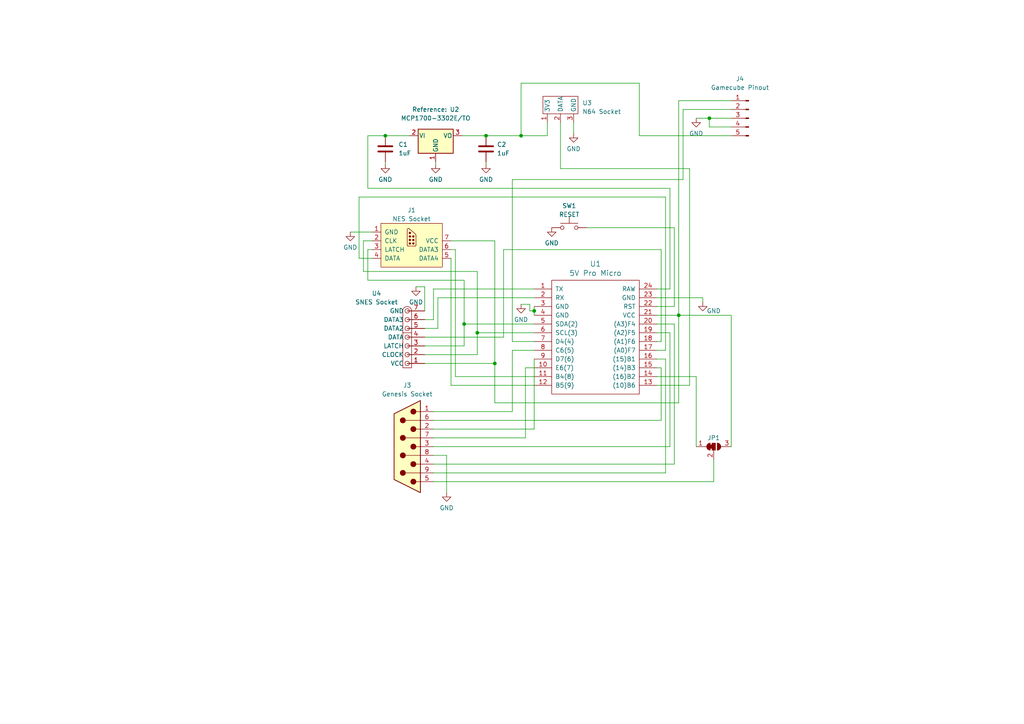
<source format=kicad_sch>
(kicad_sch (version 20230121) (generator eeschema)

  (uuid 98e81e80-1f85-4152-be3f-99785ea97751)

  (paper "A4")

  (lib_symbols
    (symbol "Connector:Conn_01x05_Pin" (pin_names (offset 1.016) hide) (in_bom yes) (on_board yes)
      (property "Reference" "J" (at 0 7.62 0)
        (effects (font (size 1.27 1.27)))
      )
      (property "Value" "Conn_01x05_Pin" (at 0 -7.62 0)
        (effects (font (size 1.27 1.27)))
      )
      (property "Footprint" "" (at 0 0 0)
        (effects (font (size 1.27 1.27)) hide)
      )
      (property "Datasheet" "~" (at 0 0 0)
        (effects (font (size 1.27 1.27)) hide)
      )
      (property "ki_locked" "" (at 0 0 0)
        (effects (font (size 1.27 1.27)))
      )
      (property "ki_keywords" "connector" (at 0 0 0)
        (effects (font (size 1.27 1.27)) hide)
      )
      (property "ki_description" "Generic connector, single row, 01x05, script generated" (at 0 0 0)
        (effects (font (size 1.27 1.27)) hide)
      )
      (property "ki_fp_filters" "Connector*:*_1x??_*" (at 0 0 0)
        (effects (font (size 1.27 1.27)) hide)
      )
      (symbol "Conn_01x05_Pin_1_1"
        (polyline
          (pts
            (xy 1.27 -5.08)
            (xy 0.8636 -5.08)
          )
          (stroke (width 0.1524) (type default))
          (fill (type none))
        )
        (polyline
          (pts
            (xy 1.27 -2.54)
            (xy 0.8636 -2.54)
          )
          (stroke (width 0.1524) (type default))
          (fill (type none))
        )
        (polyline
          (pts
            (xy 1.27 0)
            (xy 0.8636 0)
          )
          (stroke (width 0.1524) (type default))
          (fill (type none))
        )
        (polyline
          (pts
            (xy 1.27 2.54)
            (xy 0.8636 2.54)
          )
          (stroke (width 0.1524) (type default))
          (fill (type none))
        )
        (polyline
          (pts
            (xy 1.27 5.08)
            (xy 0.8636 5.08)
          )
          (stroke (width 0.1524) (type default))
          (fill (type none))
        )
        (rectangle (start 0.8636 -4.953) (end 0 -5.207)
          (stroke (width 0.1524) (type default))
          (fill (type outline))
        )
        (rectangle (start 0.8636 -2.413) (end 0 -2.667)
          (stroke (width 0.1524) (type default))
          (fill (type outline))
        )
        (rectangle (start 0.8636 0.127) (end 0 -0.127)
          (stroke (width 0.1524) (type default))
          (fill (type outline))
        )
        (rectangle (start 0.8636 2.667) (end 0 2.413)
          (stroke (width 0.1524) (type default))
          (fill (type outline))
        )
        (rectangle (start 0.8636 5.207) (end 0 4.953)
          (stroke (width 0.1524) (type default))
          (fill (type outline))
        )
        (pin passive line (at 5.08 5.08 180) (length 3.81)
          (name "Pin_1" (effects (font (size 1.27 1.27))))
          (number "1" (effects (font (size 1.27 1.27))))
        )
        (pin passive line (at 5.08 2.54 180) (length 3.81)
          (name "Pin_2" (effects (font (size 1.27 1.27))))
          (number "2" (effects (font (size 1.27 1.27))))
        )
        (pin passive line (at 5.08 0 180) (length 3.81)
          (name "Pin_3" (effects (font (size 1.27 1.27))))
          (number "3" (effects (font (size 1.27 1.27))))
        )
        (pin passive line (at 5.08 -2.54 180) (length 3.81)
          (name "Pin_4" (effects (font (size 1.27 1.27))))
          (number "4" (effects (font (size 1.27 1.27))))
        )
        (pin passive line (at 5.08 -5.08 180) (length 3.81)
          (name "Pin_5" (effects (font (size 1.27 1.27))))
          (number "5" (effects (font (size 1.27 1.27))))
        )
      )
    )
    (symbol "Device:C" (pin_numbers hide) (pin_names (offset 0.254)) (in_bom yes) (on_board yes)
      (property "Reference" "C" (at 0.635 2.54 0)
        (effects (font (size 1.27 1.27)) (justify left))
      )
      (property "Value" "C" (at 0.635 -2.54 0)
        (effects (font (size 1.27 1.27)) (justify left))
      )
      (property "Footprint" "" (at 0.9652 -3.81 0)
        (effects (font (size 1.27 1.27)) hide)
      )
      (property "Datasheet" "~" (at 0 0 0)
        (effects (font (size 1.27 1.27)) hide)
      )
      (property "ki_keywords" "cap capacitor" (at 0 0 0)
        (effects (font (size 1.27 1.27)) hide)
      )
      (property "ki_description" "Unpolarized capacitor" (at 0 0 0)
        (effects (font (size 1.27 1.27)) hide)
      )
      (property "ki_fp_filters" "C_*" (at 0 0 0)
        (effects (font (size 1.27 1.27)) hide)
      )
      (symbol "C_0_1"
        (polyline
          (pts
            (xy -2.032 -0.762)
            (xy 2.032 -0.762)
          )
          (stroke (width 0.508) (type default))
          (fill (type none))
        )
        (polyline
          (pts
            (xy -2.032 0.762)
            (xy 2.032 0.762)
          )
          (stroke (width 0.508) (type default))
          (fill (type none))
        )
      )
      (symbol "C_1_1"
        (pin passive line (at 0 3.81 270) (length 2.794)
          (name "~" (effects (font (size 1.27 1.27))))
          (number "1" (effects (font (size 1.27 1.27))))
        )
        (pin passive line (at 0 -3.81 90) (length 2.794)
          (name "~" (effects (font (size 1.27 1.27))))
          (number "2" (effects (font (size 1.27 1.27))))
        )
      )
    )
    (symbol "Jumper:SolderJumper_3_Bridged12" (pin_names (offset 0) hide) (in_bom yes) (on_board yes)
      (property "Reference" "JP" (at -2.54 -2.54 0)
        (effects (font (size 1.27 1.27)))
      )
      (property "Value" "SolderJumper_3_Bridged12" (at 0 2.794 0)
        (effects (font (size 1.27 1.27)))
      )
      (property "Footprint" "" (at 0 0 0)
        (effects (font (size 1.27 1.27)) hide)
      )
      (property "Datasheet" "~" (at 0 0 0)
        (effects (font (size 1.27 1.27)) hide)
      )
      (property "ki_keywords" "Solder Jumper SPDT" (at 0 0 0)
        (effects (font (size 1.27 1.27)) hide)
      )
      (property "ki_description" "3-pole Solder Jumper, pins 1+2 closed/bridged" (at 0 0 0)
        (effects (font (size 1.27 1.27)) hide)
      )
      (property "ki_fp_filters" "SolderJumper*Bridged12*" (at 0 0 0)
        (effects (font (size 1.27 1.27)) hide)
      )
      (symbol "SolderJumper_3_Bridged12_0_1"
        (rectangle (start -1.016 0.508) (end -0.508 -0.508)
          (stroke (width 0) (type default))
          (fill (type outline))
        )
        (arc (start -1.016 1.016) (mid -2.0276 0) (end -1.016 -1.016)
          (stroke (width 0) (type default))
          (fill (type none))
        )
        (arc (start -1.016 1.016) (mid -2.0276 0) (end -1.016 -1.016)
          (stroke (width 0) (type default))
          (fill (type outline))
        )
        (rectangle (start -0.508 1.016) (end 0.508 -1.016)
          (stroke (width 0) (type default))
          (fill (type outline))
        )
        (polyline
          (pts
            (xy -2.54 0)
            (xy -2.032 0)
          )
          (stroke (width 0) (type default))
          (fill (type none))
        )
        (polyline
          (pts
            (xy -1.016 1.016)
            (xy -1.016 -1.016)
          )
          (stroke (width 0) (type default))
          (fill (type none))
        )
        (polyline
          (pts
            (xy 0 -1.27)
            (xy 0 -1.016)
          )
          (stroke (width 0) (type default))
          (fill (type none))
        )
        (polyline
          (pts
            (xy 1.016 1.016)
            (xy 1.016 -1.016)
          )
          (stroke (width 0) (type default))
          (fill (type none))
        )
        (polyline
          (pts
            (xy 2.54 0)
            (xy 2.032 0)
          )
          (stroke (width 0) (type default))
          (fill (type none))
        )
        (arc (start 1.016 -1.016) (mid 2.0276 0) (end 1.016 1.016)
          (stroke (width 0) (type default))
          (fill (type none))
        )
        (arc (start 1.016 -1.016) (mid 2.0276 0) (end 1.016 1.016)
          (stroke (width 0) (type default))
          (fill (type outline))
        )
      )
      (symbol "SolderJumper_3_Bridged12_1_1"
        (pin passive line (at -5.08 0 0) (length 2.54)
          (name "A" (effects (font (size 1.27 1.27))))
          (number "1" (effects (font (size 1.27 1.27))))
        )
        (pin passive line (at 0 -3.81 90) (length 2.54)
          (name "C" (effects (font (size 1.27 1.27))))
          (number "2" (effects (font (size 1.27 1.27))))
        )
        (pin passive line (at 5.08 0 180) (length 2.54)
          (name "B" (effects (font (size 1.27 1.27))))
          (number "3" (effects (font (size 1.27 1.27))))
        )
      )
    )
    (symbol "NES Socket_1" (pin_names (offset 1.016)) (in_bom yes) (on_board yes)
      (property "Reference" "J" (at 0.254 -7.747 0)
        (effects (font (size 1.27 1.27)))
      )
      (property "Value" "NES Socket" (at 0 8.255 0)
        (effects (font (size 1.27 1.27)))
      )
      (property "Footprint" "" (at 27.94 2.54 0)
        (effects (font (size 1.27 1.27)) hide)
      )
      (property "Datasheet" "" (at 27.94 2.54 0)
        (effects (font (size 1.27 1.27)) hide)
      )
      (property "ki_fp_filters" "NES*Port*Male*" (at 0 0 0)
        (effects (font (size 1.27 1.27)) hide)
      )
      (symbol "NES Socket_1_0_1"
        (rectangle (start -8.89 6.35) (end 8.89 -6.35)
          (stroke (width 0) (type solid))
          (fill (type background))
        )
        (arc (start -1.27 0) (mid -1.1956 -0.1796) (end -1.016 -0.254)
          (stroke (width 0) (type solid))
          (fill (type none))
        )
        (arc (start -0.762 4.826) (mid -1.077 4.8211) (end -1.27 4.572)
          (stroke (width 0) (type solid))
          (fill (type none))
        )
        (circle (center -0.508 0.508) (radius 0.254)
          (stroke (width 0) (type solid))
          (fill (type outline))
        )
        (circle (center -0.508 1.524) (radius 0.254)
          (stroke (width 0) (type solid))
          (fill (type outline))
        )
        (circle (center -0.508 2.54) (radius 0.254)
          (stroke (width 0) (type solid))
          (fill (type outline))
        )
        (circle (center -0.508 3.556) (radius 0.254)
          (stroke (width 0) (type solid))
          (fill (type outline))
        )
        (polyline
          (pts
            (xy -1.27 0)
            (xy -1.27 4.572)
          )
          (stroke (width 0) (type solid))
          (fill (type outline))
        )
        (polyline
          (pts
            (xy -1.016 -0.254)
            (xy 1.016 -0.254)
          )
          (stroke (width 0) (type solid))
          (fill (type none))
        )
        (polyline
          (pts
            (xy -0.762 4.826)
            (xy 1.016 3.302)
          )
          (stroke (width 0) (type solid))
          (fill (type none))
        )
        (polyline
          (pts
            (xy 1.27 2.794)
            (xy 1.27 0)
          )
          (stroke (width 0) (type solid))
          (fill (type none))
        )
        (circle (center 0.508 0.508) (radius 0.254)
          (stroke (width 0) (type solid))
          (fill (type outline))
        )
        (circle (center 0.508 1.524) (radius 0.254)
          (stroke (width 0) (type solid))
          (fill (type outline))
        )
        (circle (center 0.508 2.54) (radius 0.254)
          (stroke (width 0) (type solid))
          (fill (type outline))
        )
        (arc (start 1.016 -0.254) (mid 1.1956 -0.1796) (end 1.27 0)
          (stroke (width 0) (type solid))
          (fill (type none))
        )
        (arc (start 1.27 2.794) (mid 1.203 3.078) (end 1.016 3.302)
          (stroke (width 0) (type solid))
          (fill (type none))
        )
      )
      (symbol "NES Socket_1_1_1"
        (pin power_in line (at -11.43 3.81 0) (length 2.54)
          (name "GND" (effects (font (size 1.27 1.27))))
          (number "1" (effects (font (size 1.27 1.27))))
        )
        (pin input line (at -11.43 1.27 0) (length 2.54)
          (name "CLK" (effects (font (size 1.27 1.27))))
          (number "2" (effects (font (size 1.27 1.27))))
        )
        (pin input line (at -11.43 -1.27 0) (length 2.54)
          (name "LATCH" (effects (font (size 1.27 1.27))))
          (number "3" (effects (font (size 1.27 1.27))))
        )
        (pin output line (at -11.43 -3.81 0) (length 2.54)
          (name "DATA" (effects (font (size 1.27 1.27))))
          (number "4" (effects (font (size 1.27 1.27))))
        )
        (pin output line (at 11.43 -3.81 180) (length 2.54)
          (name "DATA4" (effects (font (size 1.27 1.27))))
          (number "5" (effects (font (size 1.27 1.27))))
        )
        (pin output line (at 11.43 -1.27 180) (length 2.54)
          (name "DATA3" (effects (font (size 1.27 1.27))))
          (number "6" (effects (font (size 1.27 1.27))))
        )
        (pin power_in line (at 11.43 1.27 180) (length 2.54)
          (name "VCC" (effects (font (size 1.27 1.27))))
          (number "7" (effects (font (size 1.27 1.27))))
        )
      )
    )
    (symbol "Regulator_Linear:MCP1700x-330xxTO" (pin_names (offset 0.254)) (in_bom yes) (on_board yes)
      (property "Reference" "U" (at -3.81 -3.175 0)
        (effects (font (size 1.27 1.27)))
      )
      (property "Value" "MCP1700x-330xxTO" (at 0 -3.175 0)
        (effects (font (size 1.27 1.27)) (justify left))
      )
      (property "Footprint" "Package_TO_SOT_THT:TO-92_Inline" (at 0 -5.08 0)
        (effects (font (size 1.27 1.27) italic) hide)
      )
      (property "Datasheet" "http://ww1.microchip.com/downloads/en/DeviceDoc/20001826D.pdf" (at 0 0 0)
        (effects (font (size 1.27 1.27)) hide)
      )
      (property "ki_keywords" "regulator linear ldo" (at 0 0 0)
        (effects (font (size 1.27 1.27)) hide)
      )
      (property "ki_description" "250mA Low Quiscent Current LDO, 3.3V output, TO-92" (at 0 0 0)
        (effects (font (size 1.27 1.27)) hide)
      )
      (property "ki_fp_filters" "TO?92*" (at 0 0 0)
        (effects (font (size 1.27 1.27)) hide)
      )
      (symbol "MCP1700x-330xxTO_0_1"
        (rectangle (start -5.08 5.08) (end 5.08 -1.905)
          (stroke (width 0.254) (type default))
          (fill (type background))
        )
      )
      (symbol "MCP1700x-330xxTO_1_1"
        (pin power_in line (at 0 7.62 270) (length 2.54)
          (name "GND" (effects (font (size 1.27 1.27))))
          (number "1" (effects (font (size 1.27 1.27))))
        )
        (pin power_in line (at -7.62 0 0) (length 2.54)
          (name "VI" (effects (font (size 1.27 1.27))))
          (number "2" (effects (font (size 1.27 1.27))))
        )
        (pin power_out line (at 7.62 0 180) (length 2.54)
          (name "VO" (effects (font (size 1.27 1.27))))
          (number "3" (effects (font (size 1.27 1.27))))
        )
      )
    )
    (symbol "Retro Gaming:Genesis Socket" (pin_names (offset 1.016) hide) (in_bom yes) (on_board yes)
      (property "Reference" "J" (at 0 16.51 0)
        (effects (font (size 1.27 1.27)))
      )
      (property "Value" "Genesis Socket" (at 0 -14.605 0)
        (effects (font (size 1.27 1.27)))
      )
      (property "Footprint" "" (at -3.81 0 0)
        (effects (font (size 1.27 1.27)) hide)
      )
      (property "Datasheet" " ~" (at -3.81 0 0)
        (effects (font (size 1.27 1.27)) hide)
      )
      (property "ki_keywords" "connector male plug D-SUB DB9" (at 0 0 0)
        (effects (font (size 1.27 1.27)) hide)
      )
      (property "ki_description" "9-pin male plug pin D-SUB connector" (at 0 0 0)
        (effects (font (size 1.27 1.27)) hide)
      )
      (property "ki_fp_filters" "DSUB*Male*" (at 0 0 0)
        (effects (font (size 1.27 1.27)) hide)
      )
      (symbol "Genesis Socket_0_1"
        (circle (center -5.08 -7.62) (radius 0.762)
          (stroke (width 0) (type default))
          (fill (type outline))
        )
        (circle (center -5.08 -2.54) (radius 0.762)
          (stroke (width 0) (type default))
          (fill (type outline))
        )
        (circle (center -5.08 2.54) (radius 0.762)
          (stroke (width 0) (type default))
          (fill (type outline))
        )
        (circle (center -5.08 7.62) (radius 0.762)
          (stroke (width 0) (type default))
          (fill (type outline))
        )
        (circle (center -2.032 -10.16) (radius 0.762)
          (stroke (width 0) (type default))
          (fill (type outline))
        )
        (circle (center -2.032 -5.08) (radius 0.762)
          (stroke (width 0) (type default))
          (fill (type outline))
        )
        (circle (center -2.032 0) (radius 0.762)
          (stroke (width 0) (type default))
          (fill (type outline))
        )
        (circle (center -2.032 5.08) (radius 0.762)
          (stroke (width 0) (type default))
          (fill (type outline))
        )
        (circle (center -2.032 10.16) (radius 0.762)
          (stroke (width 0) (type default))
          (fill (type outline))
        )
        (polyline
          (pts
            (xy 0 -10.16)
            (xy -1.27 -10.16)
          )
          (stroke (width 0) (type default))
          (fill (type none))
        )
        (polyline
          (pts
            (xy 0 -7.62)
            (xy -4.318 -7.62)
          )
          (stroke (width 0) (type default))
          (fill (type none))
        )
        (polyline
          (pts
            (xy 0 -5.08)
            (xy -1.27 -5.08)
          )
          (stroke (width 0) (type default))
          (fill (type none))
        )
        (polyline
          (pts
            (xy 0 -2.54)
            (xy -4.318 -2.54)
          )
          (stroke (width 0) (type default))
          (fill (type none))
        )
        (polyline
          (pts
            (xy 0 0)
            (xy -1.27 0)
          )
          (stroke (width 0) (type default))
          (fill (type none))
        )
        (polyline
          (pts
            (xy 0 2.54)
            (xy -4.318 2.54)
          )
          (stroke (width 0) (type default))
          (fill (type none))
        )
        (polyline
          (pts
            (xy 0 5.08)
            (xy -1.27 5.08)
          )
          (stroke (width 0) (type default))
          (fill (type none))
        )
        (polyline
          (pts
            (xy 0 7.62)
            (xy -4.318 7.62)
          )
          (stroke (width 0) (type default))
          (fill (type none))
        )
        (polyline
          (pts
            (xy 0 10.16)
            (xy -1.27 10.16)
          )
          (stroke (width 0) (type default))
          (fill (type none))
        )
        (polyline
          (pts
            (xy 0 13.335)
            (xy 0 -13.335)
            (xy -7.62 -9.525)
            (xy -7.62 9.525)
            (xy 0 13.335)
          )
          (stroke (width 0.254) (type default))
          (fill (type background))
        )
      )
      (symbol "Genesis Socket_1_1"
        (pin bidirectional line (at 3.81 10.16 180) (length 3.81)
          (name "1" (effects (font (size 1.27 1.27))))
          (number "1" (effects (font (size 1.27 1.27))))
        )
        (pin bidirectional line (at 3.81 5.08 180) (length 3.81)
          (name "2" (effects (font (size 1.27 1.27))))
          (number "2" (effects (font (size 1.27 1.27))))
        )
        (pin bidirectional line (at 3.81 0 180) (length 3.81)
          (name "3" (effects (font (size 1.27 1.27))))
          (number "3" (effects (font (size 1.27 1.27))))
        )
        (pin bidirectional line (at 3.81 -5.08 180) (length 3.81)
          (name "4" (effects (font (size 1.27 1.27))))
          (number "4" (effects (font (size 1.27 1.27))))
        )
        (pin power_in line (at 3.81 -10.16 180) (length 3.81)
          (name "5" (effects (font (size 1.27 1.27))))
          (number "5" (effects (font (size 1.27 1.27))))
        )
        (pin bidirectional line (at 3.81 7.62 180) (length 3.81)
          (name "6" (effects (font (size 1.27 1.27))))
          (number "6" (effects (font (size 1.27 1.27))))
        )
        (pin bidirectional line (at 3.81 2.54 180) (length 3.81)
          (name "7" (effects (font (size 1.27 1.27))))
          (number "7" (effects (font (size 1.27 1.27))))
        )
        (pin power_in line (at 3.81 -2.54 180) (length 3.81)
          (name "8" (effects (font (size 1.27 1.27))))
          (number "8" (effects (font (size 1.27 1.27))))
        )
        (pin bidirectional line (at 3.81 -7.62 180) (length 3.81)
          (name "9" (effects (font (size 1.27 1.27))))
          (number "9" (effects (font (size 1.27 1.27))))
        )
      )
    )
    (symbol "Retro Gaming:N64 Socket" (in_bom yes) (on_board yes)
      (property "Reference" "U?" (at 0 2.54 0)
        (effects (font (size 1.27 1.27)))
      )
      (property "Value" "N64 Socket" (at 0 0 0)
        (effects (font (size 1.27 1.27)))
      )
      (property "Footprint" "RetroGaming:N64Socket" (at 0 5.08 0)
        (effects (font (size 1.27 1.27)) hide)
      )
      (property "Datasheet" "" (at 0 0 0)
        (effects (font (size 1.27 1.27)) hide)
      )
      (symbol "N64 Socket_0_1"
        (rectangle (start -5.08 -1.27) (end 5.08 -6.35)
          (stroke (width 0) (type default))
          (fill (type none))
        )
      )
      (symbol "N64 Socket_1_1"
        (pin power_in line (at -3.81 -8.89 90) (length 2.54)
          (name "3V3" (effects (font (size 1.27 1.27))))
          (number "1" (effects (font (size 1.27 1.27))))
        )
        (pin bidirectional line (at 0 -8.89 90) (length 2.54)
          (name "DATA" (effects (font (size 1.27 1.27))))
          (number "2" (effects (font (size 1.27 1.27))))
        )
        (pin passive line (at 3.81 -8.89 90) (length 2.54)
          (name "GND" (effects (font (size 1.27 1.27))))
          (number "3" (effects (font (size 1.27 1.27))))
        )
      )
    )
    (symbol "Retro Gaming:SNES Socket" (pin_names (offset 1.016)) (in_bom yes) (on_board yes)
      (property "Reference" "U" (at 0 15.24 0)
        (effects (font (size 1.27 1.27)))
      )
      (property "Value" "SNES Socket" (at 0 12.7 0)
        (effects (font (size 1.27 1.27)))
      )
      (property "Footprint" "pkl_connectors:SNES" (at 0 12.7 0)
        (effects (font (size 1.27 1.27)) hide)
      )
      (property "Datasheet" "" (at 0 12.7 0)
        (effects (font (size 1.27 1.27)) hide)
      )
      (symbol "SNES Socket_0_1"
        (arc (start -1.27 -6.35) (mid 0 -7.6145) (end 1.27 -6.35)
          (stroke (width 0) (type solid))
          (fill (type none))
        )
        (circle (center 0 -6.35) (radius 0.635)
          (stroke (width 0) (type solid))
          (fill (type none))
        )
        (circle (center 0 -3.81) (radius 0.635)
          (stroke (width 0) (type solid))
          (fill (type none))
        )
        (circle (center 0 -1.27) (radius 0.635)
          (stroke (width 0) (type solid))
          (fill (type none))
        )
        (polyline
          (pts
            (xy -1.27 0)
            (xy 1.27 0)
          )
          (stroke (width 0) (type solid))
          (fill (type none))
        )
        (polyline
          (pts
            (xy -1.27 -6.35)
            (xy -1.27 10.16)
            (xy 1.27 10.16)
            (xy 1.27 -6.35)
          )
          (stroke (width 0) (type solid))
          (fill (type none))
        )
        (circle (center 0 1.27) (radius 0.635)
          (stroke (width 0) (type solid))
          (fill (type none))
        )
        (circle (center 0 3.81) (radius 0.635)
          (stroke (width 0) (type solid))
          (fill (type none))
        )
        (circle (center 0 6.35) (radius 0.635)
          (stroke (width 0) (type solid))
          (fill (type none))
        )
        (circle (center 0 8.89) (radius 0.635)
          (stroke (width 0) (type solid))
          (fill (type none))
        )
      )
      (symbol "SNES Socket_1_1"
        (pin power_in line (at -5.08 8.89 0) (length 5.08)
          (name "VCC" (effects (font (size 1.27 1.27))))
          (number "1" (effects (font (size 1.27 1.27))))
        )
        (pin input line (at -5.08 6.35 0) (length 5.08)
          (name "CLOCK" (effects (font (size 1.27 1.27))))
          (number "2" (effects (font (size 1.27 1.27))))
        )
        (pin input line (at -5.08 3.81 0) (length 5.08)
          (name "LATCH" (effects (font (size 1.27 1.27))))
          (number "3" (effects (font (size 1.27 1.27))))
        )
        (pin output line (at -5.08 1.27 0) (length 5.08)
          (name "DATA" (effects (font (size 1.27 1.27))))
          (number "4" (effects (font (size 1.27 1.27))))
        )
        (pin output line (at -5.08 -1.27 0) (length 5.08)
          (name "DATA2" (effects (font (size 1.27 1.27))))
          (number "5" (effects (font (size 1.27 1.27))))
        )
        (pin output line (at -5.08 -3.81 0) (length 5.08)
          (name "DATA3" (effects (font (size 1.27 1.27))))
          (number "6" (effects (font (size 1.27 1.27))))
        )
        (pin power_in line (at -5.08 -6.35 0) (length 5.08)
          (name "GND" (effects (font (size 1.27 1.27))))
          (number "7" (effects (font (size 1.27 1.27))))
        )
      )
    )
    (symbol "Switch:SW_Push" (pin_numbers hide) (pin_names (offset 1.016) hide) (in_bom yes) (on_board yes)
      (property "Reference" "SW" (at 1.27 2.54 0)
        (effects (font (size 1.27 1.27)) (justify left))
      )
      (property "Value" "SW_Push" (at 0 -1.524 0)
        (effects (font (size 1.27 1.27)))
      )
      (property "Footprint" "" (at 0 5.08 0)
        (effects (font (size 1.27 1.27)) hide)
      )
      (property "Datasheet" "~" (at 0 5.08 0)
        (effects (font (size 1.27 1.27)) hide)
      )
      (property "ki_keywords" "switch normally-open pushbutton push-button" (at 0 0 0)
        (effects (font (size 1.27 1.27)) hide)
      )
      (property "ki_description" "Push button switch, generic, two pins" (at 0 0 0)
        (effects (font (size 1.27 1.27)) hide)
      )
      (symbol "SW_Push_0_1"
        (circle (center -2.032 0) (radius 0.508)
          (stroke (width 0) (type default))
          (fill (type none))
        )
        (polyline
          (pts
            (xy 0 1.27)
            (xy 0 3.048)
          )
          (stroke (width 0) (type default))
          (fill (type none))
        )
        (polyline
          (pts
            (xy 2.54 1.27)
            (xy -2.54 1.27)
          )
          (stroke (width 0) (type default))
          (fill (type none))
        )
        (circle (center 2.032 0) (radius 0.508)
          (stroke (width 0) (type default))
          (fill (type none))
        )
        (pin passive line (at -5.08 0 0) (length 2.54)
          (name "1" (effects (font (size 1.27 1.27))))
          (number "1" (effects (font (size 1.27 1.27))))
        )
        (pin passive line (at 5.08 0 180) (length 2.54)
          (name "2" (effects (font (size 1.27 1.27))))
          (number "2" (effects (font (size 1.27 1.27))))
        )
      )
    )
    (symbol "power:GND" (power) (pin_names (offset 0)) (in_bom yes) (on_board yes)
      (property "Reference" "#PWR" (at 0 -6.35 0)
        (effects (font (size 1.27 1.27)) hide)
      )
      (property "Value" "GND" (at 0 -3.81 0)
        (effects (font (size 1.27 1.27)))
      )
      (property "Footprint" "" (at 0 0 0)
        (effects (font (size 1.27 1.27)) hide)
      )
      (property "Datasheet" "" (at 0 0 0)
        (effects (font (size 1.27 1.27)) hide)
      )
      (property "ki_keywords" "global power" (at 0 0 0)
        (effects (font (size 1.27 1.27)) hide)
      )
      (property "ki_description" "Power symbol creates a global label with name \"GND\" , ground" (at 0 0 0)
        (effects (font (size 1.27 1.27)) hide)
      )
      (symbol "GND_0_1"
        (polyline
          (pts
            (xy 0 0)
            (xy 0 -1.27)
            (xy 1.27 -1.27)
            (xy 0 -2.54)
            (xy -1.27 -1.27)
            (xy 0 -1.27)
          )
          (stroke (width 0) (type default))
          (fill (type none))
        )
      )
      (symbol "GND_1_1"
        (pin power_in line (at 0 0 270) (length 0) hide
          (name "GND" (effects (font (size 1.27 1.27))))
          (number "1" (effects (font (size 1.27 1.27))))
        )
      )
    )
    (symbol "promicro:ProMicro" (pin_names (offset 1.016)) (in_bom yes) (on_board yes)
      (property "Reference" "U" (at 0 24.13 0)
        (effects (font (size 1.524 1.524)))
      )
      (property "Value" "ProMicro" (at 0 -13.97 0)
        (effects (font (size 1.524 1.524)))
      )
      (property "Footprint" "" (at 2.54 -26.67 0)
        (effects (font (size 1.524 1.524)))
      )
      (property "Datasheet" "" (at 2.54 -26.67 0)
        (effects (font (size 1.524 1.524)))
      )
      (symbol "ProMicro_0_1"
        (rectangle (start -12.7 21.59) (end 12.7 -11.43)
          (stroke (width 0) (type default))
          (fill (type none))
        )
      )
      (symbol "ProMicro_1_1"
        (pin bidirectional line (at -17.78 19.05 0) (length 5.08)
          (name "TX" (effects (font (size 1.27 1.27))))
          (number "1" (effects (font (size 1.27 1.27))))
        )
        (pin bidirectional line (at -17.78 -3.81 0) (length 5.08)
          (name "E6(7)" (effects (font (size 1.27 1.27))))
          (number "10" (effects (font (size 1.27 1.27))))
        )
        (pin bidirectional line (at -17.78 -6.35 0) (length 5.08)
          (name "B4(8)" (effects (font (size 1.27 1.27))))
          (number "11" (effects (font (size 1.27 1.27))))
        )
        (pin bidirectional line (at -17.78 -8.89 0) (length 5.08)
          (name "B5(9)" (effects (font (size 1.27 1.27))))
          (number "12" (effects (font (size 1.27 1.27))))
        )
        (pin bidirectional line (at 17.78 -8.89 180) (length 5.08)
          (name "(10)B6" (effects (font (size 1.27 1.27))))
          (number "13" (effects (font (size 1.27 1.27))))
        )
        (pin bidirectional line (at 17.78 -6.35 180) (length 5.08)
          (name "(16)B2" (effects (font (size 1.27 1.27))))
          (number "14" (effects (font (size 1.27 1.27))))
        )
        (pin bidirectional line (at 17.78 -3.81 180) (length 5.08)
          (name "(14)B3" (effects (font (size 1.27 1.27))))
          (number "15" (effects (font (size 1.27 1.27))))
        )
        (pin bidirectional line (at 17.78 -1.27 180) (length 5.08)
          (name "(15)B1" (effects (font (size 1.27 1.27))))
          (number "16" (effects (font (size 1.27 1.27))))
        )
        (pin bidirectional line (at 17.78 1.27 180) (length 5.08)
          (name "(A0)F7" (effects (font (size 1.27 1.27))))
          (number "17" (effects (font (size 1.27 1.27))))
        )
        (pin bidirectional line (at 17.78 3.81 180) (length 5.08)
          (name "(A1)F6" (effects (font (size 1.27 1.27))))
          (number "18" (effects (font (size 1.27 1.27))))
        )
        (pin bidirectional line (at 17.78 6.35 180) (length 5.08)
          (name "(A2)F5" (effects (font (size 1.27 1.27))))
          (number "19" (effects (font (size 1.27 1.27))))
        )
        (pin bidirectional line (at -17.78 16.51 0) (length 5.08)
          (name "RX" (effects (font (size 1.27 1.27))))
          (number "2" (effects (font (size 1.27 1.27))))
        )
        (pin bidirectional line (at 17.78 8.89 180) (length 5.08)
          (name "(A3)F4" (effects (font (size 1.27 1.27))))
          (number "20" (effects (font (size 1.27 1.27))))
        )
        (pin power_in line (at 17.78 11.43 180) (length 5.08)
          (name "VCC" (effects (font (size 1.27 1.27))))
          (number "21" (effects (font (size 1.27 1.27))))
        )
        (pin input line (at 17.78 13.97 180) (length 5.08)
          (name "RST" (effects (font (size 1.27 1.27))))
          (number "22" (effects (font (size 1.27 1.27))))
        )
        (pin power_in line (at 17.78 16.51 180) (length 5.08)
          (name "GND" (effects (font (size 1.27 1.27))))
          (number "23" (effects (font (size 1.27 1.27))))
        )
        (pin power_out line (at 17.78 19.05 180) (length 5.08)
          (name "RAW" (effects (font (size 1.27 1.27))))
          (number "24" (effects (font (size 1.27 1.27))))
        )
        (pin power_in line (at -17.78 13.97 0) (length 5.08)
          (name "GND" (effects (font (size 1.27 1.27))))
          (number "3" (effects (font (size 1.27 1.27))))
        )
        (pin power_in line (at -17.78 11.43 0) (length 5.08)
          (name "GND" (effects (font (size 1.27 1.27))))
          (number "4" (effects (font (size 1.27 1.27))))
        )
        (pin bidirectional line (at -17.78 8.89 0) (length 5.08)
          (name "SDA(2)" (effects (font (size 1.27 1.27))))
          (number "5" (effects (font (size 1.27 1.27))))
        )
        (pin bidirectional line (at -17.78 6.35 0) (length 5.08)
          (name "SCL(3)" (effects (font (size 1.27 1.27))))
          (number "6" (effects (font (size 1.27 1.27))))
        )
        (pin bidirectional line (at -17.78 3.81 0) (length 5.08)
          (name "D4(4)" (effects (font (size 1.27 1.27))))
          (number "7" (effects (font (size 1.27 1.27))))
        )
        (pin bidirectional line (at -17.78 1.27 0) (length 5.08)
          (name "C6(5)" (effects (font (size 1.27 1.27))))
          (number "8" (effects (font (size 1.27 1.27))))
        )
        (pin bidirectional line (at -17.78 -1.27 0) (length 5.08)
          (name "D7(6)" (effects (font (size 1.27 1.27))))
          (number "9" (effects (font (size 1.27 1.27))))
        )
      )
    )
  )

  (junction (at 111.76 39.37) (diameter 0) (color 0 0 0 0)
    (uuid 271d30b5-6851-47c3-b973-bfc6459dba9a)
  )
  (junction (at 138.43 96.52) (diameter 0) (color 0 0 0 0)
    (uuid 32667662-ae86-4904-b198-3e95f11851bf)
  )
  (junction (at 205.74 34.29) (diameter 0) (color 0 0 0 0)
    (uuid 656fd0a8-f569-4fd1-b297-8517d1fe40ae)
  )
  (junction (at 140.97 39.37) (diameter 0) (color 0 0 0 0)
    (uuid 6ebb54e2-35c6-40e3-a31f-618334f5b2cf)
  )
  (junction (at 134.62 93.98) (diameter 0) (color 0 0 0 0)
    (uuid 8322f275-268c-4e87-a69f-4cfbf05e747f)
  )
  (junction (at 143.51 105.41) (diameter 0) (color 0 0 0 0)
    (uuid c022004a-c968-410e-b59e-fbab0e561e9d)
  )
  (junction (at 151.13 39.37) (diameter 0) (color 0 0 0 0)
    (uuid c4c59c3b-f7b0-4142-9e70-6e10c83a6ad0)
  )
  (junction (at 154.94 90.17) (diameter 0) (color 0 0 0 0)
    (uuid ce1fdba4-aebf-4255-bc4d-e500028e7bd4)
  )
  (junction (at 196.85 91.44) (diameter 0) (color 0 0 0 0)
    (uuid e3251420-542a-4caf-a427-910db4ad9472)
  )

  (wire (pts (xy 153.67 90.17) (xy 153.67 88.265))
    (stroke (width 0) (type default))
    (uuid 05ee118a-2644-4f7d-90ec-7ce25e8ef41d)
  )
  (wire (pts (xy 134.62 93.98) (xy 134.62 81.28))
    (stroke (width 0) (type default))
    (uuid 0a3cc030-c9dd-4d74-9d50-715ed2b361a2)
  )
  (wire (pts (xy 125.73 83.82) (xy 125.73 92.71))
    (stroke (width 0) (type default))
    (uuid 0eaa98f0-9565-4637-ace3-42a5231b07f7)
  )
  (wire (pts (xy 146.05 72.39) (xy 146.05 97.79))
    (stroke (width 0) (type default))
    (uuid 10109f84-4940-47f8-8640-91f185ac9bc1)
  )
  (wire (pts (xy 130.81 74.93) (xy 130.81 111.76))
    (stroke (width 0) (type default))
    (uuid 127679a9-3981-4934-815e-896a4e3ff56e)
  )
  (wire (pts (xy 148.59 101.6) (xy 148.59 119.38))
    (stroke (width 0) (type default))
    (uuid 13abf99d-5265-4779-8973-e94370fd18ff)
  )
  (wire (pts (xy 134.62 93.98) (xy 134.62 100.33))
    (stroke (width 0) (type default))
    (uuid 15875808-74d5-4210-b8ca-aa8fbc04ae21)
  )
  (wire (pts (xy 125.73 92.71) (xy 123.19 92.71))
    (stroke (width 0) (type default))
    (uuid 181abe7a-f941-42b6-bd46-aaa3131f90fb)
  )
  (wire (pts (xy 138.43 102.87) (xy 123.19 102.87))
    (stroke (width 0) (type default))
    (uuid 1860e030-7a36-4298-b7fc-a16d48ab15ba)
  )
  (wire (pts (xy 154.94 90.17) (xy 153.67 90.17))
    (stroke (width 0) (type default))
    (uuid 1b612499-8d59-442c-ae80-a0b2dc5d169f)
  )
  (wire (pts (xy 195.58 93.98) (xy 195.58 134.62))
    (stroke (width 0) (type default))
    (uuid 23bb2798-d93a-4696-a962-c305c4298a0c)
  )
  (wire (pts (xy 196.85 29.21) (xy 212.09 29.21))
    (stroke (width 0) (type default))
    (uuid 2c98e1ad-6184-4615-89c2-ae8ed05f7146)
  )
  (wire (pts (xy 152.4 127) (xy 125.73 127))
    (stroke (width 0) (type default))
    (uuid 2e642b3e-a476-4c54-9a52-dcea955640cd)
  )
  (wire (pts (xy 201.93 109.22) (xy 201.93 129.54))
    (stroke (width 0) (type default))
    (uuid 32e9845b-f72f-4640-945e-4cf8b17fa8a6)
  )
  (wire (pts (xy 111.76 39.37) (xy 118.745 39.37))
    (stroke (width 0) (type default))
    (uuid 33a9a66d-6c19-44e1-b545-d571af988149)
  )
  (wire (pts (xy 196.85 91.44) (xy 196.85 29.21))
    (stroke (width 0) (type default))
    (uuid 38e3d667-dea4-4ce5-9723-4c23cc34bb67)
  )
  (wire (pts (xy 125.73 132.08) (xy 129.54 132.08))
    (stroke (width 0) (type default))
    (uuid 3a14fed5-df94-4e7b-b242-eef1b5a6d853)
  )
  (wire (pts (xy 138.43 96.52) (xy 138.43 78.74))
    (stroke (width 0) (type default))
    (uuid 3dcc657b-55a1-48e0-9667-e01e7b6b08b5)
  )
  (wire (pts (xy 205.74 34.29) (xy 212.09 34.29))
    (stroke (width 0) (type default))
    (uuid 3df04e92-5aa7-4e24-a323-0fac38bfbda2)
  )
  (wire (pts (xy 193.04 57.15) (xy 104.14 57.15))
    (stroke (width 0) (type default))
    (uuid 3f5fe6b7-98fc-4d3e-9567-f9f7202d1455)
  )
  (wire (pts (xy 133.985 39.37) (xy 140.97 39.37))
    (stroke (width 0) (type default))
    (uuid 40cf3e0f-2a63-4768-8e11-d930a63bad7e)
  )
  (wire (pts (xy 151.13 24.13) (xy 185.42 24.13))
    (stroke (width 0) (type default))
    (uuid 40fc8539-e949-433d-92de-9ba348bb4157)
  )
  (wire (pts (xy 203.835 86.36) (xy 203.835 87.63))
    (stroke (width 0) (type default))
    (uuid 432f570b-a59a-49d0-9ed4-b7b76d7b9565)
  )
  (wire (pts (xy 106.68 72.39) (xy 107.95 72.39))
    (stroke (width 0) (type default))
    (uuid 44d8279a-9cd1-4db6-856f-0363131605fc)
  )
  (wire (pts (xy 106.68 39.37) (xy 111.76 39.37))
    (stroke (width 0) (type default))
    (uuid 460c560a-b05d-4655-aac6-d7f6d47bbaff)
  )
  (wire (pts (xy 190.5 111.76) (xy 200.025 111.76))
    (stroke (width 0) (type default))
    (uuid 4611f246-0381-4ed3-bb60-86e84535e722)
  )
  (wire (pts (xy 196.85 91.44) (xy 196.85 116.84))
    (stroke (width 0) (type default))
    (uuid 46918595-4a45-48e8-84c0-961b4db7f35f)
  )
  (wire (pts (xy 194.31 54.61) (xy 194.31 83.82))
    (stroke (width 0) (type default))
    (uuid 46eb3a3c-e885-4d8a-9244-815c9ae15662)
  )
  (wire (pts (xy 143.51 105.41) (xy 143.51 69.85))
    (stroke (width 0) (type default))
    (uuid 47baf4b1-0938-497d-88f9-671136aa8be7)
  )
  (wire (pts (xy 130.81 111.76) (xy 154.94 111.76))
    (stroke (width 0) (type default))
    (uuid 48ab88d7-7084-4d02-b109-3ad55a30bb11)
  )
  (wire (pts (xy 190.5 91.44) (xy 196.85 91.44))
    (stroke (width 0) (type default))
    (uuid 4b2c3eb9-52ff-4847-abb0-300de47ff05d)
  )
  (wire (pts (xy 212.09 91.44) (xy 196.85 91.44))
    (stroke (width 0) (type default))
    (uuid 4e4a4e31-c7de-4b17-9c81-d9edeed4eb3d)
  )
  (wire (pts (xy 105.41 69.85) (xy 105.41 78.74))
    (stroke (width 0) (type default))
    (uuid 4fb02e58-160a-4a39-9f22-d0c75e82ee72)
  )
  (wire (pts (xy 205.74 36.83) (xy 205.74 34.29))
    (stroke (width 0) (type default))
    (uuid 539ae898-e211-44d7-8d3c-043f0d458b80)
  )
  (wire (pts (xy 154.94 106.68) (xy 152.4 106.68))
    (stroke (width 0) (type default))
    (uuid 54365317-1355-4216-bb75-829375abc4ec)
  )
  (wire (pts (xy 123.19 83.185) (xy 120.65 83.185))
    (stroke (width 0) (type default))
    (uuid 55ed7fd9-a4bc-4fd5-b50f-47b82740f577)
  )
  (wire (pts (xy 140.97 46.99) (xy 140.97 47.625))
    (stroke (width 0) (type default))
    (uuid 57b68389-dc74-4a57-8680-87cc7f8cd2f7)
  )
  (wire (pts (xy 148.59 52.07) (xy 198.12 52.07))
    (stroke (width 0) (type default))
    (uuid 591dac7d-d47f-4247-acdb-04fea97d8ece)
  )
  (wire (pts (xy 201.93 34.29) (xy 205.74 34.29))
    (stroke (width 0) (type default))
    (uuid 5c8c09d9-eb3f-41a1-915a-eb16fe749a95)
  )
  (wire (pts (xy 193.04 101.6) (xy 193.04 57.15))
    (stroke (width 0) (type default))
    (uuid 5cbb5968-dbb5-4b84-864a-ead1cacf75b9)
  )
  (wire (pts (xy 191.77 72.39) (xy 146.05 72.39))
    (stroke (width 0) (type default))
    (uuid 62c076a3-d618-44a2-9042-9a08b3576787)
  )
  (wire (pts (xy 166.37 35.56) (xy 166.37 38.735))
    (stroke (width 0) (type default))
    (uuid 649d925e-dd31-49d6-bcb6-b180e2e8f41a)
  )
  (wire (pts (xy 104.14 57.15) (xy 104.14 74.93))
    (stroke (width 0) (type default))
    (uuid 66116376-6967-4178-9f23-a26cdeafc400)
  )
  (wire (pts (xy 138.43 78.74) (xy 105.41 78.74))
    (stroke (width 0) (type default))
    (uuid 67f6e996-3c99-493c-8f6f-e739e2ed5d7a)
  )
  (wire (pts (xy 193.04 137.16) (xy 125.73 137.16))
    (stroke (width 0) (type default))
    (uuid 6a955fc7-39d9-4c75-9a69-676ca8c0b9b2)
  )
  (wire (pts (xy 125.73 139.7) (xy 207.01 139.7))
    (stroke (width 0) (type default))
    (uuid 6b9cdc51-fb41-43d3-89ed-207c225d9a4d)
  )
  (wire (pts (xy 190.5 96.52) (xy 194.31 96.52))
    (stroke (width 0) (type default))
    (uuid 6e105729-aba0-497c-a99e-c32d2b3ddb6d)
  )
  (wire (pts (xy 195.58 66.04) (xy 170.18 66.04))
    (stroke (width 0) (type default))
    (uuid 6fe265cc-eb78-4bb3-8297-41fcaf350167)
  )
  (wire (pts (xy 154.94 83.82) (xy 125.73 83.82))
    (stroke (width 0) (type default))
    (uuid 704d6d51-bb34-4cbf-83d8-841e208048d8)
  )
  (wire (pts (xy 191.77 72.39) (xy 191.77 99.06))
    (stroke (width 0) (type default))
    (uuid 71c31975-2c45-4d18-a25a-18e07a55d11e)
  )
  (wire (pts (xy 151.13 39.37) (xy 158.75 39.37))
    (stroke (width 0) (type default))
    (uuid 723de3cd-cc27-48f8-a5a9-73dce371f549)
  )
  (wire (pts (xy 140.97 39.37) (xy 151.13 39.37))
    (stroke (width 0) (type default))
    (uuid 73b68ce1-79ff-4635-98b5-aace1771ee33)
  )
  (wire (pts (xy 191.77 106.68) (xy 191.77 121.92))
    (stroke (width 0) (type default))
    (uuid 746ba970-8279-4e7b-aed3-f28687777c21)
  )
  (wire (pts (xy 104.14 74.93) (xy 107.95 74.93))
    (stroke (width 0) (type default))
    (uuid 749dfe75-c0d6-4872-9330-29c5bbcb8ff8)
  )
  (wire (pts (xy 123.19 105.41) (xy 143.51 105.41))
    (stroke (width 0) (type default))
    (uuid 77ed3941-d133-4aef-a9af-5a39322d14eb)
  )
  (wire (pts (xy 195.58 134.62) (xy 125.73 134.62))
    (stroke (width 0) (type default))
    (uuid 78cbdd6c-4878-4cc5-9a58-0e506478e37d)
  )
  (wire (pts (xy 200.025 111.76) (xy 200.025 48.895))
    (stroke (width 0) (type default))
    (uuid 79079cfe-bb77-4a3e-9f42-6c8fd50360b6)
  )
  (wire (pts (xy 154.94 124.46) (xy 125.73 124.46))
    (stroke (width 0) (type default))
    (uuid 79fdc8ed-da89-488b-b2bb-bc3d9054618d)
  )
  (wire (pts (xy 190.5 109.22) (xy 201.93 109.22))
    (stroke (width 0) (type default))
    (uuid 7be9e3a5-30a1-4072-9549-a6336d393a65)
  )
  (wire (pts (xy 126.365 46.99) (xy 126.365 47.625))
    (stroke (width 0) (type default))
    (uuid 7f012282-6615-4dd7-87cb-8bbcb9e0cb52)
  )
  (wire (pts (xy 158.75 39.37) (xy 158.75 35.56))
    (stroke (width 0) (type default))
    (uuid 812eeed0-1b36-4eec-8588-5a88bac742c0)
  )
  (wire (pts (xy 132.08 109.22) (xy 154.94 109.22))
    (stroke (width 0) (type default))
    (uuid 8174b4de-74b1-48db-ab8e-c8432251095b)
  )
  (wire (pts (xy 154.94 93.98) (xy 134.62 93.98))
    (stroke (width 0) (type default))
    (uuid 81bbc3ff-3938-49ac-8297-ce2bcc9a42bd)
  )
  (wire (pts (xy 154.94 99.06) (xy 148.59 99.06))
    (stroke (width 0) (type default))
    (uuid 861344d1-0ecd-4787-81c2-0dd3e1a85bf2)
  )
  (wire (pts (xy 190.5 88.9) (xy 195.58 88.9))
    (stroke (width 0) (type default))
    (uuid 8842abd9-10da-435b-9470-936429214b50)
  )
  (wire (pts (xy 207.01 133.35) (xy 207.01 139.7))
    (stroke (width 0) (type default))
    (uuid 897a3944-ce3a-47cb-91fd-9d77173c0092)
  )
  (wire (pts (xy 106.68 54.61) (xy 106.68 39.37))
    (stroke (width 0) (type default))
    (uuid 8de8f51e-8bc4-465a-9220-881e6b4126f9)
  )
  (wire (pts (xy 127 86.36) (xy 154.94 86.36))
    (stroke (width 0) (type default))
    (uuid 9340c285-5767-42d5-8b6d-63fe2a40ddf3)
  )
  (wire (pts (xy 148.59 99.06) (xy 148.59 52.07))
    (stroke (width 0) (type default))
    (uuid 936ff964-743b-47fd-8eaa-66a0d36781ab)
  )
  (wire (pts (xy 190.5 93.98) (xy 195.58 93.98))
    (stroke (width 0) (type default))
    (uuid 94c158d1-8503-4553-b511-bf42f506c2a8)
  )
  (wire (pts (xy 194.31 129.54) (xy 125.73 129.54))
    (stroke (width 0) (type default))
    (uuid 983c426c-24e0-4c65-ab69-1f1824adc5c6)
  )
  (wire (pts (xy 154.94 90.17) (xy 154.94 91.44))
    (stroke (width 0) (type default))
    (uuid 99999009-c04f-4ca5-9605-2021c6e9419f)
  )
  (wire (pts (xy 101.6 67.31) (xy 107.95 67.31))
    (stroke (width 0) (type default))
    (uuid 99b6bab3-af4f-4fa7-a3fc-7bb15192927e)
  )
  (wire (pts (xy 151.13 39.37) (xy 151.13 24.13))
    (stroke (width 0) (type default))
    (uuid 9ab8928d-5fb2-4230-a8e1-664cc597e969)
  )
  (wire (pts (xy 143.51 69.85) (xy 130.81 69.85))
    (stroke (width 0) (type default))
    (uuid 9ccf03e8-755a-4cd9-96fc-30e1d08fa253)
  )
  (wire (pts (xy 154.94 101.6) (xy 148.59 101.6))
    (stroke (width 0) (type default))
    (uuid a05d7640-f2f6-4ba7-8c51-5a4af431fc13)
  )
  (wire (pts (xy 152.4 106.68) (xy 152.4 127))
    (stroke (width 0) (type default))
    (uuid a3e4f0ae-9f86-49e9-b386-ed8b42e012fb)
  )
  (wire (pts (xy 198.12 52.07) (xy 198.12 31.75))
    (stroke (width 0) (type default))
    (uuid a64b84e5-74b2-4c68-89db-129846577b4d)
  )
  (wire (pts (xy 143.51 116.84) (xy 196.85 116.84))
    (stroke (width 0) (type default))
    (uuid a690fc6c-55d9-47e6-b533-faa4b67e20f3)
  )
  (wire (pts (xy 148.59 119.38) (xy 125.73 119.38))
    (stroke (width 0) (type default))
    (uuid a7520ad3-0f8b-4788-92d4-8ffb277041e6)
  )
  (wire (pts (xy 154.94 104.14) (xy 154.94 124.46))
    (stroke (width 0) (type default))
    (uuid ad2c2e59-c034-4d71-b690-64f26f121be3)
  )
  (wire (pts (xy 212.09 129.54) (xy 212.09 91.44))
    (stroke (width 0) (type default))
    (uuid add938d5-047b-42ea-913e-1c568698f4f1)
  )
  (wire (pts (xy 190.5 101.6) (xy 193.04 101.6))
    (stroke (width 0) (type default))
    (uuid afb8e687-4a13-41a1-b8c0-89a749e897fe)
  )
  (wire (pts (xy 123.19 83.185) (xy 123.19 90.17))
    (stroke (width 0) (type default))
    (uuid b20f559a-47dd-4405-b8bf-61be92234758)
  )
  (wire (pts (xy 154.94 96.52) (xy 138.43 96.52))
    (stroke (width 0) (type default))
    (uuid b6270a28-e0d9-4655-a18a-03dbf007b940)
  )
  (wire (pts (xy 190.5 104.14) (xy 193.04 104.14))
    (stroke (width 0) (type default))
    (uuid bb7f0588-d4d8-44bf-9ebf-3c533fe4d6ae)
  )
  (wire (pts (xy 212.09 36.83) (xy 205.74 36.83))
    (stroke (width 0) (type default))
    (uuid be8b38a8-a26a-4a76-a6c1-28b7ea801ce4)
  )
  (wire (pts (xy 143.51 116.84) (xy 143.51 105.41))
    (stroke (width 0) (type default))
    (uuid c144caa5-b0d4-4cef-840a-d4ad178a2102)
  )
  (wire (pts (xy 194.31 96.52) (xy 194.31 129.54))
    (stroke (width 0) (type default))
    (uuid c1d83899-e380-49f9-a87d-8e78bc089ebf)
  )
  (wire (pts (xy 127 95.25) (xy 127 86.36))
    (stroke (width 0) (type default))
    (uuid c41b3c8b-634e-435a-b582-96b83bbd4032)
  )
  (wire (pts (xy 195.58 88.9) (xy 195.58 66.04))
    (stroke (width 0) (type default))
    (uuid ca09a100-4a8c-4b1d-b0aa-dcaa40daaab9)
  )
  (wire (pts (xy 154.94 88.9) (xy 154.94 90.17))
    (stroke (width 0) (type default))
    (uuid cbdcaa78-3bbc-413f-91bf-2709119373ce)
  )
  (wire (pts (xy 162.56 48.895) (xy 162.56 35.56))
    (stroke (width 0) (type default))
    (uuid cc653fd8-9f10-4a18-8860-86800a1cd993)
  )
  (wire (pts (xy 123.19 95.25) (xy 127 95.25))
    (stroke (width 0) (type default))
    (uuid ce83728b-bebd-48c2-8734-b6a50d837931)
  )
  (wire (pts (xy 190.5 86.36) (xy 203.835 86.36))
    (stroke (width 0) (type default))
    (uuid ce9af4e4-759c-4638-a2bc-35dd35d107f8)
  )
  (wire (pts (xy 194.31 83.82) (xy 190.5 83.82))
    (stroke (width 0) (type default))
    (uuid d2e2a029-5dda-432b-a814-d7fe831990a9)
  )
  (wire (pts (xy 146.05 97.79) (xy 123.19 97.79))
    (stroke (width 0) (type default))
    (uuid da469d11-a8a4-414b-9449-d151eeaf4853)
  )
  (wire (pts (xy 185.42 24.13) (xy 185.42 39.37))
    (stroke (width 0) (type default))
    (uuid da60be57-3871-4e5a-aff0-d4ddde361d5f)
  )
  (wire (pts (xy 134.62 100.33) (xy 123.19 100.33))
    (stroke (width 0) (type default))
    (uuid dd00c2e1-6027-4717-b312-4fab3ee52002)
  )
  (wire (pts (xy 129.54 132.08) (xy 129.54 142.875))
    (stroke (width 0) (type default))
    (uuid df6056fb-264b-475d-bf81-c93dde1acfe2)
  )
  (wire (pts (xy 191.77 121.92) (xy 125.73 121.92))
    (stroke (width 0) (type default))
    (uuid e10b5627-3247-4c86-b9f6-ef474ca11543)
  )
  (wire (pts (xy 105.41 69.85) (xy 107.95 69.85))
    (stroke (width 0) (type default))
    (uuid e615f7aa-337e-474d-9615-2ad82b1c44ca)
  )
  (wire (pts (xy 190.5 106.68) (xy 191.77 106.68))
    (stroke (width 0) (type default))
    (uuid e8314017-7be6-4011-9179-37449a29b311)
  )
  (wire (pts (xy 198.12 31.75) (xy 212.09 31.75))
    (stroke (width 0) (type default))
    (uuid e87e2af2-5cf9-44fc-8e94-1200b4216865)
  )
  (wire (pts (xy 190.5 99.06) (xy 191.77 99.06))
    (stroke (width 0) (type default))
    (uuid e9bb29b2-2bb9-4ea2-acd9-2bb3ca677a12)
  )
  (wire (pts (xy 106.68 81.28) (xy 134.62 81.28))
    (stroke (width 0) (type default))
    (uuid eb667eea-300e-4ca7-8a6f-4b00de80cd45)
  )
  (wire (pts (xy 200.025 48.895) (xy 162.56 48.895))
    (stroke (width 0) (type default))
    (uuid ef33991b-7f1e-4f24-819b-f7a52b375563)
  )
  (wire (pts (xy 106.68 81.28) (xy 106.68 72.39))
    (stroke (width 0) (type default))
    (uuid ef8fe2ac-6a7f-4682-9418-b801a1b10a3b)
  )
  (wire (pts (xy 193.04 104.14) (xy 193.04 137.16))
    (stroke (width 0) (type default))
    (uuid f1830a1b-f0cc-47ae-a2c9-679c82032f14)
  )
  (wire (pts (xy 138.43 96.52) (xy 138.43 102.87))
    (stroke (width 0) (type default))
    (uuid f3490fa5-5a27-423b-af60-53609669542c)
  )
  (wire (pts (xy 111.76 46.99) (xy 111.76 47.625))
    (stroke (width 0) (type default))
    (uuid f3e94eab-aafd-4fb9-9231-dbe05c84bafe)
  )
  (wire (pts (xy 130.81 72.39) (xy 132.08 72.39))
    (stroke (width 0) (type default))
    (uuid f71da641-16e6-4257-80c3-0b9d804fee4f)
  )
  (wire (pts (xy 185.42 39.37) (xy 212.09 39.37))
    (stroke (width 0) (type default))
    (uuid f915f02d-4f07-41bf-a92a-f96c759327b3)
  )
  (wire (pts (xy 153.67 88.265) (xy 151.13 88.265))
    (stroke (width 0) (type default))
    (uuid fb966872-b4a0-4549-b8c9-e6d0d5a347f4)
  )
  (wire (pts (xy 194.31 54.61) (xy 106.68 54.61))
    (stroke (width 0) (type default))
    (uuid fc4e0c3c-5ff2-4de4-abd7-bc89dce655ea)
  )
  (wire (pts (xy 132.08 72.39) (xy 132.08 109.22))
    (stroke (width 0) (type default))
    (uuid fd470e95-4861-44fe-b1e4-6d8a7c66e144)
  )

  (symbol (lib_id "promicro:ProMicro") (at 172.72 102.87 0) (unit 1)
    (in_bom yes) (on_board yes) (dnp no)
    (uuid 00000000-0000-0000-0000-000061201496)
    (property "Reference" "U1" (at 172.72 76.5302 0)
      (effects (font (size 1.524 1.524)))
    )
    (property "Value" "5V Pro Micro" (at 172.72 79.2226 0)
      (effects (font (size 1.524 1.524)))
    )
    (property "Footprint" "Retro Gaming:Pro Micro Headers" (at 175.26 129.54 0)
      (effects (font (size 1.524 1.524)) hide)
    )
    (property "Datasheet" "" (at 175.26 129.54 0)
      (effects (font (size 1.524 1.524)))
    )
    (pin "1" (uuid 1367a06d-920e-495e-9066-4f7e2d2da9b3))
    (pin "10" (uuid e222c973-3b3d-4f81-848e-de02796403c7))
    (pin "11" (uuid aa6d25f1-daa2-44c0-a6f6-5fc863126e59))
    (pin "12" (uuid c61728f6-a565-47bc-85a9-538460f05e63))
    (pin "13" (uuid 509457db-eedd-4ad9-89dd-afa4c46733b6))
    (pin "14" (uuid d6b1d028-79b3-4068-a7bc-3e90dbfdd5c9))
    (pin "15" (uuid 3f2c0df2-c53f-414a-acd2-39fc8529c143))
    (pin "16" (uuid aa549168-ea89-4698-b36c-30f3b1586ce0))
    (pin "17" (uuid 78089f98-8163-4564-89d2-ca575686edf5))
    (pin "18" (uuid 0caf1ff9-7ba0-475d-812e-b0731d8089b0))
    (pin "19" (uuid 28cd7b49-5d04-4ad2-8783-b564b725e09e))
    (pin "2" (uuid 506ecffb-1383-4368-bb2e-221f1cbf3853))
    (pin "20" (uuid 88afc865-1a22-430b-a29d-e6b7bf636602))
    (pin "21" (uuid cac538b8-61d9-4be1-983f-cdae86677cd5))
    (pin "22" (uuid 8c3ca184-2d9a-4883-ad32-f713beea0747))
    (pin "23" (uuid ffc55b92-f3fa-4c8b-bea2-60615047c06c))
    (pin "24" (uuid a1f0cfc9-23af-4faa-86fe-1abc768ffe93))
    (pin "3" (uuid 6ea7050b-58af-4b57-a578-719279fc5949))
    (pin "4" (uuid a3dbef52-37e3-4248-bb52-2d6bcaf2f2ca))
    (pin "5" (uuid 4ce72831-fc1c-4ca6-a049-473391f450f2))
    (pin "6" (uuid 2bbb877b-d0e9-4b3a-9cf3-483dd721ee6e))
    (pin "7" (uuid d4128e2b-34da-442d-9081-09ef1735357b))
    (pin "8" (uuid 2cb653ae-a486-4999-8f63-2cc2ca83bff5))
    (pin "9" (uuid 4bfeda79-26f5-473a-897c-97f1cb603496))
    (instances
      (project "Quad Controller V3"
        (path "/98e81e80-1f85-4152-be3f-99785ea97751"
          (reference "U1") (unit 1)
        )
      )
    )
  )

  (symbol (lib_id "Device:C") (at 140.97 43.18 0) (unit 1)
    (in_bom yes) (on_board yes) (dnp no) (fields_autoplaced)
    (uuid 0ec9b0fe-fc54-46bb-859b-2e1619b3b7dc)
    (property "Reference" "C2" (at 144.145 41.9099 0)
      (effects (font (size 1.27 1.27)) (justify left))
    )
    (property "Value" "1uF" (at 144.145 44.4499 0)
      (effects (font (size 1.27 1.27)) (justify left))
    )
    (property "Footprint" "Capacitor_THT:C_Rect_L4.0mm_W2.5mm_P2.50mm" (at 141.9352 46.99 0)
      (effects (font (size 1.27 1.27)) hide)
    )
    (property "Datasheet" "~" (at 140.97 43.18 0)
      (effects (font (size 1.27 1.27)) hide)
    )
    (pin "1" (uuid 65c44a2a-511a-4cab-af07-d492922161b7))
    (pin "2" (uuid 05e8c7c8-bea5-4de7-b9e7-7060c3f32dfc))
    (instances
      (project "Quad Controller V3"
        (path "/98e81e80-1f85-4152-be3f-99785ea97751"
          (reference "C2") (unit 1)
        )
      )
    )
  )

  (symbol (lib_id "power:GND") (at 201.93 34.29 0) (unit 1)
    (in_bom yes) (on_board yes) (dnp no) (fields_autoplaced)
    (uuid 1a635a58-393a-4f40-8129-8cdf4b52fb92)
    (property "Reference" "#PWR02" (at 201.93 40.64 0)
      (effects (font (size 1.27 1.27)) hide)
    )
    (property "Value" "GND" (at 201.93 38.735 0)
      (effects (font (size 1.27 1.27)))
    )
    (property "Footprint" "" (at 201.93 34.29 0)
      (effects (font (size 1.27 1.27)) hide)
    )
    (property "Datasheet" "" (at 201.93 34.29 0)
      (effects (font (size 1.27 1.27)) hide)
    )
    (pin "1" (uuid 00e3b281-6581-426e-82e6-e63a4c938038))
    (instances
      (project "Quad Controller V3"
        (path "/98e81e80-1f85-4152-be3f-99785ea97751"
          (reference "#PWR02") (unit 1)
        )
      )
    )
  )

  (symbol (lib_id "power:GND") (at 160.02 66.04 0) (unit 1)
    (in_bom yes) (on_board yes) (dnp no) (fields_autoplaced)
    (uuid 1f6794e1-5866-4688-9c11-0d21c885aacc)
    (property "Reference" "#PWR01" (at 160.02 72.39 0)
      (effects (font (size 1.27 1.27)) hide)
    )
    (property "Value" "GND" (at 160.02 70.485 0)
      (effects (font (size 1.27 1.27)))
    )
    (property "Footprint" "" (at 160.02 66.04 0)
      (effects (font (size 1.27 1.27)) hide)
    )
    (property "Datasheet" "" (at 160.02 66.04 0)
      (effects (font (size 1.27 1.27)) hide)
    )
    (pin "1" (uuid e08cff88-1f95-4b12-898e-c7b5829c2970))
    (instances
      (project "Quad Controller V3"
        (path "/98e81e80-1f85-4152-be3f-99785ea97751"
          (reference "#PWR01") (unit 1)
        )
      )
    )
  )

  (symbol (lib_id "Regulator_Linear:MCP1700x-330xxTO") (at 126.365 39.37 0) (mirror x) (unit 1)
    (in_bom yes) (on_board yes) (dnp no) (fields_autoplaced)
    (uuid 2adfbf19-7e2e-4464-8ad5-e0252450a784)
    (property "Reference" "U2" (at 126.365 31.75 0) (show_name)
      (effects (font (size 1.27 1.27)))
    )
    (property "Value" "MCP1700-3302E/TO" (at 126.365 34.29 0)
      (effects (font (size 1.27 1.27)))
    )
    (property "Footprint" "Package_TO_SOT_THT:TO-92_Inline" (at 126.365 34.29 0)
      (effects (font (size 1.27 1.27) italic) hide)
    )
    (property "Datasheet" "http://ww1.microchip.com/downloads/en/DeviceDoc/20001826D.pdf" (at 126.365 39.37 0)
      (effects (font (size 1.27 1.27)) hide)
    )
    (pin "1" (uuid c74951dc-ba9a-4de2-9de7-05ac11f78877))
    (pin "2" (uuid 741e1d72-5ec0-4b22-b4ae-5beb381cd404))
    (pin "3" (uuid c18bed23-63f8-4678-a968-4b66736b6e69))
    (instances
      (project "Quad Controller V3"
        (path "/98e81e80-1f85-4152-be3f-99785ea97751"
          (reference "U2") (unit 1)
        )
      )
    )
  )

  (symbol (lib_id "Connector:Conn_01x05_Pin") (at 217.17 34.29 0) (mirror y) (unit 1)
    (in_bom yes) (on_board yes) (dnp no)
    (uuid 2e8e7ac6-d03a-4df9-ace7-59adc19f4ec8)
    (property "Reference" "J4" (at 214.63 22.86 0)
      (effects (font (size 1.27 1.27)))
    )
    (property "Value" "Gamecube Pinout" (at 214.63 25.4 0)
      (effects (font (size 1.27 1.27)))
    )
    (property "Footprint" "Connector_PinHeader_2.54mm:PinHeader_1x05_P2.54mm_Vertical" (at 217.17 34.29 0)
      (effects (font (size 1.27 1.27)) hide)
    )
    (property "Datasheet" "~" (at 217.17 34.29 0)
      (effects (font (size 1.27 1.27)) hide)
    )
    (pin "1" (uuid 6a47ee7d-05e0-4eb9-b509-d4e9f5aa70c9))
    (pin "2" (uuid 4e1ca661-5918-48cb-849c-d83093e76224))
    (pin "3" (uuid 16eaf6d9-d31e-4e6e-aa15-98da2885c431))
    (pin "4" (uuid a159631c-4fe5-4e5f-9ed7-937b480a75fe))
    (pin "5" (uuid 87bd4732-22d4-4d14-8f6c-89a94b4a4293))
    (instances
      (project "Quad Controller V3"
        (path "/98e81e80-1f85-4152-be3f-99785ea97751"
          (reference "J4") (unit 1)
        )
      )
    )
  )

  (symbol (lib_name "NES Socket_1") (lib_id "Retro Gaming:NES Socket") (at 119.38 71.12 0) (unit 1)
    (in_bom yes) (on_board yes) (dnp no) (fields_autoplaced)
    (uuid 308e5000-7ea6-407b-899d-79421f800764)
    (property "Reference" "J1" (at 119.38 60.96 0)
      (effects (font (size 1.27 1.27)))
    )
    (property "Value" "NES Socket" (at 119.38 63.5 0)
      (effects (font (size 1.27 1.27)))
    )
    (property "Footprint" "Retro Gaming:NES 90 Socket" (at 147.32 68.58 0)
      (effects (font (size 1.27 1.27)) hide)
    )
    (property "Datasheet" "" (at 147.32 68.58 0)
      (effects (font (size 1.27 1.27)) hide)
    )
    (pin "1" (uuid 0f981e2c-6518-4a3a-8a04-b1e36e1d44a0))
    (pin "2" (uuid 1fcc410a-2104-4486-8cf0-408d1b7f8e3a))
    (pin "3" (uuid 71515286-0c48-44c9-9dfe-9b027326a0c8))
    (pin "4" (uuid cb484e33-9001-4d93-8f1f-1b25d4051bc8))
    (pin "5" (uuid 3300e99d-8408-4173-a58d-a0b369e321ad))
    (pin "6" (uuid 22292096-aacf-476a-bd2e-453ce4238285))
    (pin "7" (uuid 28f4680d-259c-4c50-b23f-86aa58fb2250))
    (instances
      (project "Quad Controller V3"
        (path "/98e81e80-1f85-4152-be3f-99785ea97751"
          (reference "J1") (unit 1)
        )
      )
    )
  )

  (symbol (lib_id "power:GND") (at 120.65 83.185 0) (unit 1)
    (in_bom yes) (on_board yes) (dnp no) (fields_autoplaced)
    (uuid 3296faa2-211e-455a-909b-a89b45f6c2c4)
    (property "Reference" "#PWR0104" (at 120.65 89.535 0)
      (effects (font (size 1.27 1.27)) hide)
    )
    (property "Value" "GND" (at 120.65 87.63 0)
      (effects (font (size 1.27 1.27)))
    )
    (property "Footprint" "" (at 120.65 83.185 0)
      (effects (font (size 1.27 1.27)) hide)
    )
    (property "Datasheet" "" (at 120.65 83.185 0)
      (effects (font (size 1.27 1.27)) hide)
    )
    (pin "1" (uuid 8380d7e8-a12a-4ef6-803b-6be29c0e798c))
    (instances
      (project "Quad Controller V3"
        (path "/98e81e80-1f85-4152-be3f-99785ea97751"
          (reference "#PWR0104") (unit 1)
        )
      )
    )
  )

  (symbol (lib_id "power:GND") (at 151.13 88.265 0) (unit 1)
    (in_bom yes) (on_board yes) (dnp no) (fields_autoplaced)
    (uuid 3826ff55-b75e-4438-81a9-cf1f82ceff51)
    (property "Reference" "#PWR0108" (at 151.13 94.615 0)
      (effects (font (size 1.27 1.27)) hide)
    )
    (property "Value" "GND" (at 151.13 92.71 0)
      (effects (font (size 1.27 1.27)))
    )
    (property "Footprint" "" (at 151.13 88.265 0)
      (effects (font (size 1.27 1.27)) hide)
    )
    (property "Datasheet" "" (at 151.13 88.265 0)
      (effects (font (size 1.27 1.27)) hide)
    )
    (pin "1" (uuid 4507c86b-4552-4dce-9d32-7f5bdd1d5818))
    (instances
      (project "Quad Controller V3"
        (path "/98e81e80-1f85-4152-be3f-99785ea97751"
          (reference "#PWR0108") (unit 1)
        )
      )
    )
  )

  (symbol (lib_id "Retro Gaming:SNES Socket") (at 118.11 96.52 180) (unit 1)
    (in_bom yes) (on_board yes) (dnp no)
    (uuid 40270718-0bf9-4f77-945a-cff997223355)
    (property "Reference" "U4" (at 109.22 85.09 0)
      (effects (font (size 1.27 1.27)))
    )
    (property "Value" "SNES Socket" (at 109.22 87.63 0)
      (effects (font (size 1.27 1.27)))
    )
    (property "Footprint" "Retro Gaming:SNES 90 Socket" (at 118.11 109.22 0)
      (effects (font (size 1.27 1.27)) hide)
    )
    (property "Datasheet" "" (at 118.11 109.22 0)
      (effects (font (size 1.27 1.27)) hide)
    )
    (pin "1" (uuid 7b7df221-26ea-4065-a65d-cceb69e1f6ba))
    (pin "2" (uuid f9010170-9ca0-4a7b-a99a-6fe39a42ea02))
    (pin "3" (uuid 03425ca3-3a4f-49ea-8efa-0a8c13e450f7))
    (pin "4" (uuid 52760c95-accf-4e0c-95a5-e86053c8a26a))
    (pin "5" (uuid 63a4fbec-5a7c-4359-a9f5-0e175a4e45b9))
    (pin "6" (uuid c9692327-a1e9-4314-8a6a-46ce272cc590))
    (pin "7" (uuid e1a21388-5781-4a08-adac-230c6261f233))
    (instances
      (project "Quad Controller V3"
        (path "/98e81e80-1f85-4152-be3f-99785ea97751"
          (reference "U4") (unit 1)
        )
      )
    )
  )

  (symbol (lib_id "Switch:SW_Push") (at 165.1 66.04 0) (unit 1)
    (in_bom yes) (on_board yes) (dnp no) (fields_autoplaced)
    (uuid 5d764561-0118-41ca-a288-fa4f5913232f)
    (property "Reference" "SW1" (at 165.1 59.69 0)
      (effects (font (size 1.27 1.27)))
    )
    (property "Value" "RESET" (at 165.1 62.23 0)
      (effects (font (size 1.27 1.27)))
    )
    (property "Footprint" "Button_Switch_THT:SW_PUSH_6mm" (at 165.1 60.96 0)
      (effects (font (size 1.27 1.27)) hide)
    )
    (property "Datasheet" "~" (at 165.1 60.96 0)
      (effects (font (size 1.27 1.27)) hide)
    )
    (pin "1" (uuid c0c4ba80-3023-42b0-a6a3-465af18ef17d))
    (pin "2" (uuid 4d5efa5d-a481-4c13-beb7-dd323609810f))
    (instances
      (project "Quad Controller V3"
        (path "/98e81e80-1f85-4152-be3f-99785ea97751"
          (reference "SW1") (unit 1)
        )
      )
    )
  )

  (symbol (lib_id "power:GND") (at 101.6 67.31 0) (unit 1)
    (in_bom yes) (on_board yes) (dnp no) (fields_autoplaced)
    (uuid 6427af68-6025-48d0-b136-b9ac548acb98)
    (property "Reference" "#PWR0102" (at 101.6 73.66 0)
      (effects (font (size 1.27 1.27)) hide)
    )
    (property "Value" "GND" (at 101.6 71.755 0)
      (effects (font (size 1.27 1.27)))
    )
    (property "Footprint" "" (at 101.6 67.31 0)
      (effects (font (size 1.27 1.27)) hide)
    )
    (property "Datasheet" "" (at 101.6 67.31 0)
      (effects (font (size 1.27 1.27)) hide)
    )
    (pin "1" (uuid bad212b0-b1f0-43ca-abb5-1ee8f49001e9))
    (instances
      (project "Quad Controller V3"
        (path "/98e81e80-1f85-4152-be3f-99785ea97751"
          (reference "#PWR0102") (unit 1)
        )
      )
    )
  )

  (symbol (lib_id "Retro Gaming:N64 Socket") (at 162.56 26.67 0) (unit 1)
    (in_bom yes) (on_board yes) (dnp no) (fields_autoplaced)
    (uuid 65d2d30c-424b-4290-8561-c32278b1e4cd)
    (property "Reference" "U3" (at 168.91 29.845 0)
      (effects (font (size 1.27 1.27)) (justify left))
    )
    (property "Value" "N64 Socket" (at 168.91 32.385 0)
      (effects (font (size 1.27 1.27)) (justify left))
    )
    (property "Footprint" "Retro Gaming:N64 Daughter Board" (at 162.56 21.59 0)
      (effects (font (size 1.27 1.27)) hide)
    )
    (property "Datasheet" "" (at 162.56 26.67 0)
      (effects (font (size 1.27 1.27)) hide)
    )
    (pin "1" (uuid c5d8b663-79ed-4a8a-92a3-4730bc8b2d7f))
    (pin "2" (uuid a3e245d5-a1ba-4a92-aaa0-1760de92579b))
    (pin "3" (uuid 28fd22ce-17c0-43de-a9ee-ccf0fc6dfe21))
    (instances
      (project "Quad Controller V3"
        (path "/98e81e80-1f85-4152-be3f-99785ea97751"
          (reference "U3") (unit 1)
        )
      )
    )
  )

  (symbol (lib_id "Jumper:SolderJumper_3_Bridged12") (at 207.01 129.54 0) (unit 1)
    (in_bom yes) (on_board yes) (dnp no)
    (uuid 929fa562-9b0c-424c-888b-c6ce223c6221)
    (property "Reference" "JP1" (at 207.01 127 0)
      (effects (font (size 1.27 1.27)))
    )
    (property "Value" "SolderJumper_3_Bridged12" (at 207.01 127 0)
      (effects (font (size 1.27 1.27)) hide)
    )
    (property "Footprint" "Jumper:SolderJumper-3_P1.3mm_Bridged12_RoundedPad1.0x1.5mm_NumberLabels" (at 207.01 129.54 0)
      (effects (font (size 1.27 1.27)) hide)
    )
    (property "Datasheet" "~" (at 207.01 129.54 0)
      (effects (font (size 1.27 1.27)) hide)
    )
    (pin "1" (uuid b16397e2-8de1-4ca2-9c3b-b322e5327504))
    (pin "2" (uuid 011c43b6-1198-4700-a9cf-76b52e3e2fb1))
    (pin "3" (uuid 6f4aae5f-e5b1-4f4a-97a8-c9b0d20d9b19))
    (instances
      (project "Quad Controller V3"
        (path "/98e81e80-1f85-4152-be3f-99785ea97751"
          (reference "JP1") (unit 1)
        )
      )
    )
  )

  (symbol (lib_id "power:GND") (at 129.54 142.875 0) (unit 1)
    (in_bom yes) (on_board yes) (dnp no) (fields_autoplaced)
    (uuid 9638ea7b-ddf3-48c6-b7b2-2c5488900742)
    (property "Reference" "#PWR0101" (at 129.54 149.225 0)
      (effects (font (size 1.27 1.27)) hide)
    )
    (property "Value" "GND" (at 129.54 147.32 0)
      (effects (font (size 1.27 1.27)))
    )
    (property "Footprint" "" (at 129.54 142.875 0)
      (effects (font (size 1.27 1.27)) hide)
    )
    (property "Datasheet" "" (at 129.54 142.875 0)
      (effects (font (size 1.27 1.27)) hide)
    )
    (pin "1" (uuid 26ee1234-b39c-4bbf-a525-a40414e687de))
    (instances
      (project "Quad Controller V3"
        (path "/98e81e80-1f85-4152-be3f-99785ea97751"
          (reference "#PWR0101") (unit 1)
        )
      )
    )
  )

  (symbol (lib_id "power:GND") (at 166.37 38.735 0) (unit 1)
    (in_bom yes) (on_board yes) (dnp no) (fields_autoplaced)
    (uuid 98c2a480-0246-4274-8b80-d04989e6488b)
    (property "Reference" "#PWR0107" (at 166.37 45.085 0)
      (effects (font (size 1.27 1.27)) hide)
    )
    (property "Value" "GND" (at 166.37 43.18 0)
      (effects (font (size 1.27 1.27)))
    )
    (property "Footprint" "" (at 166.37 38.735 0)
      (effects (font (size 1.27 1.27)) hide)
    )
    (property "Datasheet" "" (at 166.37 38.735 0)
      (effects (font (size 1.27 1.27)) hide)
    )
    (pin "1" (uuid d5fd3557-08a1-41bd-8926-06017558d810))
    (instances
      (project "Quad Controller V3"
        (path "/98e81e80-1f85-4152-be3f-99785ea97751"
          (reference "#PWR0107") (unit 1)
        )
      )
    )
  )

  (symbol (lib_id "power:GND") (at 111.76 47.625 0) (unit 1)
    (in_bom yes) (on_board yes) (dnp no) (fields_autoplaced)
    (uuid cff8f06a-d3db-45a3-8fa2-6ef7db1ed034)
    (property "Reference" "#PWR0105" (at 111.76 53.975 0)
      (effects (font (size 1.27 1.27)) hide)
    )
    (property "Value" "GND" (at 111.76 52.07 0)
      (effects (font (size 1.27 1.27)))
    )
    (property "Footprint" "" (at 111.76 47.625 0)
      (effects (font (size 1.27 1.27)) hide)
    )
    (property "Datasheet" "" (at 111.76 47.625 0)
      (effects (font (size 1.27 1.27)) hide)
    )
    (pin "1" (uuid f8e0acd7-3785-433d-9599-7a0fd5aba74f))
    (instances
      (project "Quad Controller V3"
        (path "/98e81e80-1f85-4152-be3f-99785ea97751"
          (reference "#PWR0105") (unit 1)
        )
      )
    )
  )

  (symbol (lib_id "Retro Gaming:Genesis Socket") (at 121.92 129.54 0) (unit 1)
    (in_bom yes) (on_board yes) (dnp no) (fields_autoplaced)
    (uuid d45df4ba-de96-4155-84e1-583cae08d3d8)
    (property "Reference" "J3" (at 118.11 111.76 0)
      (effects (font (size 1.27 1.27)))
    )
    (property "Value" "Genesis Socket" (at 118.11 114.3 0)
      (effects (font (size 1.27 1.27)))
    )
    (property "Footprint" "Retro Gaming:Genesis 90 Socket" (at 118.11 129.54 0)
      (effects (font (size 1.27 1.27)) hide)
    )
    (property "Datasheet" "" (at 118.11 129.54 0)
      (effects (font (size 1.27 1.27)) hide)
    )
    (pin "1" (uuid 586aa859-eb7a-4309-b160-e53514704db2))
    (pin "2" (uuid 55450dc3-b457-4a86-ac4c-b79cee082c1d))
    (pin "3" (uuid 7d3d84ad-723e-4ef1-be8b-861c5ce14284))
    (pin "4" (uuid 49c8c33b-ca20-4184-a8ae-d9e3e7f36e4e))
    (pin "5" (uuid efece415-acdb-4c9d-a702-d81bc16af241))
    (pin "6" (uuid 2618feeb-3992-45b8-b234-075ca5e9ed3a))
    (pin "7" (uuid aafd10e5-2356-4d8a-8b23-e5cbb252ed82))
    (pin "8" (uuid 176a64f8-a603-4397-a770-11e3c757d72a))
    (pin "9" (uuid 4f4c79b4-39b0-45e3-9106-623c3c9ada21))
    (instances
      (project "Quad Controller V3"
        (path "/98e81e80-1f85-4152-be3f-99785ea97751"
          (reference "J3") (unit 1)
        )
      )
    )
  )

  (symbol (lib_id "Device:C") (at 111.76 43.18 0) (unit 1)
    (in_bom yes) (on_board yes) (dnp no) (fields_autoplaced)
    (uuid d8e4543f-75da-470c-8415-57f637059b45)
    (property "Reference" "C1" (at 115.57 41.9099 0)
      (effects (font (size 1.27 1.27)) (justify left))
    )
    (property "Value" "1uF" (at 115.57 44.4499 0)
      (effects (font (size 1.27 1.27)) (justify left))
    )
    (property "Footprint" "Capacitor_THT:C_Rect_L4.0mm_W2.5mm_P2.50mm" (at 112.7252 46.99 0)
      (effects (font (size 1.27 1.27)) hide)
    )
    (property "Datasheet" "~" (at 111.76 43.18 0)
      (effects (font (size 1.27 1.27)) hide)
    )
    (pin "1" (uuid 5341c996-78e8-4b31-b519-41851495ea2a))
    (pin "2" (uuid efaebb8c-80f1-4068-965e-34bf85982371))
    (instances
      (project "Quad Controller V3"
        (path "/98e81e80-1f85-4152-be3f-99785ea97751"
          (reference "C1") (unit 1)
        )
      )
    )
  )

  (symbol (lib_id "power:GND") (at 203.835 87.63 0) (unit 1)
    (in_bom yes) (on_board yes) (dnp no)
    (uuid d9f6e17d-4a46-4d49-bb6a-46bfa5eba92d)
    (property "Reference" "#PWR0109" (at 203.835 93.98 0)
      (effects (font (size 1.27 1.27)) hide)
    )
    (property "Value" "GND" (at 207.01 90.17 0)
      (effects (font (size 1.27 1.27)))
    )
    (property "Footprint" "" (at 203.835 87.63 0)
      (effects (font (size 1.27 1.27)) hide)
    )
    (property "Datasheet" "" (at 203.835 87.63 0)
      (effects (font (size 1.27 1.27)) hide)
    )
    (pin "1" (uuid 8a962713-b742-43cc-b73c-e42905badb1d))
    (instances
      (project "Quad Controller V3"
        (path "/98e81e80-1f85-4152-be3f-99785ea97751"
          (reference "#PWR0109") (unit 1)
        )
      )
    )
  )

  (symbol (lib_id "power:GND") (at 140.97 47.625 0) (unit 1)
    (in_bom yes) (on_board yes) (dnp no) (fields_autoplaced)
    (uuid e16f41d3-61c1-4bc9-8fd8-95e299166168)
    (property "Reference" "#PWR0103" (at 140.97 53.975 0)
      (effects (font (size 1.27 1.27)) hide)
    )
    (property "Value" "GND" (at 140.97 52.07 0)
      (effects (font (size 1.27 1.27)))
    )
    (property "Footprint" "" (at 140.97 47.625 0)
      (effects (font (size 1.27 1.27)) hide)
    )
    (property "Datasheet" "" (at 140.97 47.625 0)
      (effects (font (size 1.27 1.27)) hide)
    )
    (pin "1" (uuid d48ce645-c542-4801-ad28-dcd746034b4e))
    (instances
      (project "Quad Controller V3"
        (path "/98e81e80-1f85-4152-be3f-99785ea97751"
          (reference "#PWR0103") (unit 1)
        )
      )
    )
  )

  (symbol (lib_id "power:GND") (at 126.365 47.625 0) (unit 1)
    (in_bom yes) (on_board yes) (dnp no) (fields_autoplaced)
    (uuid fa565212-7d02-407c-a976-eba0c438a0d2)
    (property "Reference" "#PWR0106" (at 126.365 53.975 0)
      (effects (font (size 1.27 1.27)) hide)
    )
    (property "Value" "GND" (at 126.365 52.07 0)
      (effects (font (size 1.27 1.27)))
    )
    (property "Footprint" "" (at 126.365 47.625 0)
      (effects (font (size 1.27 1.27)) hide)
    )
    (property "Datasheet" "" (at 126.365 47.625 0)
      (effects (font (size 1.27 1.27)) hide)
    )
    (pin "1" (uuid 286fa1e4-b1b4-4ca0-bca6-4b86654e6ede))
    (instances
      (project "Quad Controller V3"
        (path "/98e81e80-1f85-4152-be3f-99785ea97751"
          (reference "#PWR0106") (unit 1)
        )
      )
    )
  )

  (sheet_instances
    (path "/" (page "1"))
  )
)

</source>
